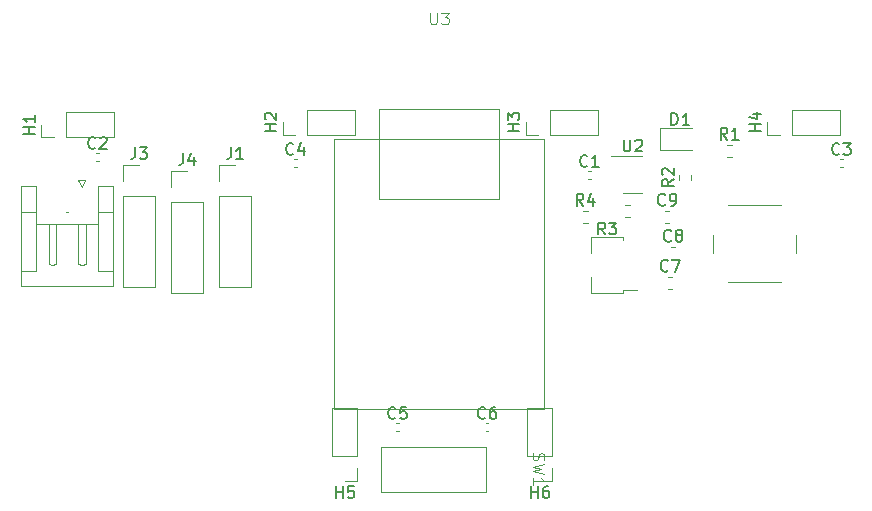
<source format=gbr>
%TF.GenerationSoftware,KiCad,Pcbnew,7.0.7*%
%TF.CreationDate,2024-08-10T15:19:47-05:00*%
%TF.ProjectId,LASK5,4c41534b-352e-46b6-9963-61645f706362,rev?*%
%TF.SameCoordinates,Original*%
%TF.FileFunction,Legend,Top*%
%TF.FilePolarity,Positive*%
%FSLAX46Y46*%
G04 Gerber Fmt 4.6, Leading zero omitted, Abs format (unit mm)*
G04 Created by KiCad (PCBNEW 7.0.7) date 2024-08-10 15:19:47*
%MOMM*%
%LPD*%
G01*
G04 APERTURE LIST*
%ADD10C,0.150000*%
%ADD11C,0.100000*%
%ADD12C,0.120000*%
G04 APERTURE END LIST*
D10*
X122797333Y-70319580D02*
X122749714Y-70367200D01*
X122749714Y-70367200D02*
X122606857Y-70414819D01*
X122606857Y-70414819D02*
X122511619Y-70414819D01*
X122511619Y-70414819D02*
X122368762Y-70367200D01*
X122368762Y-70367200D02*
X122273524Y-70271961D01*
X122273524Y-70271961D02*
X122225905Y-70176723D01*
X122225905Y-70176723D02*
X122178286Y-69986247D01*
X122178286Y-69986247D02*
X122178286Y-69843390D01*
X122178286Y-69843390D02*
X122225905Y-69652914D01*
X122225905Y-69652914D02*
X122273524Y-69557676D01*
X122273524Y-69557676D02*
X122368762Y-69462438D01*
X122368762Y-69462438D02*
X122511619Y-69414819D01*
X122511619Y-69414819D02*
X122606857Y-69414819D01*
X122606857Y-69414819D02*
X122749714Y-69462438D01*
X122749714Y-69462438D02*
X122797333Y-69510057D01*
X123178286Y-69510057D02*
X123225905Y-69462438D01*
X123225905Y-69462438D02*
X123321143Y-69414819D01*
X123321143Y-69414819D02*
X123559238Y-69414819D01*
X123559238Y-69414819D02*
X123654476Y-69462438D01*
X123654476Y-69462438D02*
X123702095Y-69510057D01*
X123702095Y-69510057D02*
X123749714Y-69605295D01*
X123749714Y-69605295D02*
X123749714Y-69700533D01*
X123749714Y-69700533D02*
X123702095Y-69843390D01*
X123702095Y-69843390D02*
X123130667Y-70414819D01*
X123130667Y-70414819D02*
X123749714Y-70414819D01*
X155789333Y-93179580D02*
X155741714Y-93227200D01*
X155741714Y-93227200D02*
X155598857Y-93274819D01*
X155598857Y-93274819D02*
X155503619Y-93274819D01*
X155503619Y-93274819D02*
X155360762Y-93227200D01*
X155360762Y-93227200D02*
X155265524Y-93131961D01*
X155265524Y-93131961D02*
X155217905Y-93036723D01*
X155217905Y-93036723D02*
X155170286Y-92846247D01*
X155170286Y-92846247D02*
X155170286Y-92703390D01*
X155170286Y-92703390D02*
X155217905Y-92512914D01*
X155217905Y-92512914D02*
X155265524Y-92417676D01*
X155265524Y-92417676D02*
X155360762Y-92322438D01*
X155360762Y-92322438D02*
X155503619Y-92274819D01*
X155503619Y-92274819D02*
X155598857Y-92274819D01*
X155598857Y-92274819D02*
X155741714Y-92322438D01*
X155741714Y-92322438D02*
X155789333Y-92370057D01*
X156646476Y-92274819D02*
X156456000Y-92274819D01*
X156456000Y-92274819D02*
X156360762Y-92322438D01*
X156360762Y-92322438D02*
X156313143Y-92370057D01*
X156313143Y-92370057D02*
X156217905Y-92512914D01*
X156217905Y-92512914D02*
X156170286Y-92703390D01*
X156170286Y-92703390D02*
X156170286Y-93084342D01*
X156170286Y-93084342D02*
X156217905Y-93179580D01*
X156217905Y-93179580D02*
X156265524Y-93227200D01*
X156265524Y-93227200D02*
X156360762Y-93274819D01*
X156360762Y-93274819D02*
X156551238Y-93274819D01*
X156551238Y-93274819D02*
X156646476Y-93227200D01*
X156646476Y-93227200D02*
X156694095Y-93179580D01*
X156694095Y-93179580D02*
X156741714Y-93084342D01*
X156741714Y-93084342D02*
X156741714Y-92846247D01*
X156741714Y-92846247D02*
X156694095Y-92751009D01*
X156694095Y-92751009D02*
X156646476Y-92703390D01*
X156646476Y-92703390D02*
X156551238Y-92655771D01*
X156551238Y-92655771D02*
X156360762Y-92655771D01*
X156360762Y-92655771D02*
X156265524Y-92703390D01*
X156265524Y-92703390D02*
X156217905Y-92751009D01*
X156217905Y-92751009D02*
X156170286Y-92846247D01*
X167507595Y-69632819D02*
X167507595Y-70442342D01*
X167507595Y-70442342D02*
X167555214Y-70537580D01*
X167555214Y-70537580D02*
X167602833Y-70585200D01*
X167602833Y-70585200D02*
X167698071Y-70632819D01*
X167698071Y-70632819D02*
X167888547Y-70632819D01*
X167888547Y-70632819D02*
X167983785Y-70585200D01*
X167983785Y-70585200D02*
X168031404Y-70537580D01*
X168031404Y-70537580D02*
X168079023Y-70442342D01*
X168079023Y-70442342D02*
X168079023Y-69632819D01*
X168507595Y-69728057D02*
X168555214Y-69680438D01*
X168555214Y-69680438D02*
X168650452Y-69632819D01*
X168650452Y-69632819D02*
X168888547Y-69632819D01*
X168888547Y-69632819D02*
X168983785Y-69680438D01*
X168983785Y-69680438D02*
X169031404Y-69728057D01*
X169031404Y-69728057D02*
X169079023Y-69823295D01*
X169079023Y-69823295D02*
X169079023Y-69918533D01*
X169079023Y-69918533D02*
X169031404Y-70061390D01*
X169031404Y-70061390D02*
X168459976Y-70632819D01*
X168459976Y-70632819D02*
X169079023Y-70632819D01*
X138126819Y-68929504D02*
X137126819Y-68929504D01*
X137603009Y-68929504D02*
X137603009Y-68358076D01*
X138126819Y-68358076D02*
X137126819Y-68358076D01*
X137222057Y-67929504D02*
X137174438Y-67881885D01*
X137174438Y-67881885D02*
X137126819Y-67786647D01*
X137126819Y-67786647D02*
X137126819Y-67548552D01*
X137126819Y-67548552D02*
X137174438Y-67453314D01*
X137174438Y-67453314D02*
X137222057Y-67405695D01*
X137222057Y-67405695D02*
X137317295Y-67358076D01*
X137317295Y-67358076D02*
X137412533Y-67358076D01*
X137412533Y-67358076D02*
X137555390Y-67405695D01*
X137555390Y-67405695D02*
X138126819Y-67977123D01*
X138126819Y-67977123D02*
X138126819Y-67358076D01*
X159657095Y-99978419D02*
X159657095Y-98978419D01*
X159657095Y-99454609D02*
X160228523Y-99454609D01*
X160228523Y-99978419D02*
X160228523Y-98978419D01*
X161133285Y-98978419D02*
X160942809Y-98978419D01*
X160942809Y-98978419D02*
X160847571Y-99026038D01*
X160847571Y-99026038D02*
X160799952Y-99073657D01*
X160799952Y-99073657D02*
X160704714Y-99216514D01*
X160704714Y-99216514D02*
X160657095Y-99406990D01*
X160657095Y-99406990D02*
X160657095Y-99787942D01*
X160657095Y-99787942D02*
X160704714Y-99883180D01*
X160704714Y-99883180D02*
X160752333Y-99930800D01*
X160752333Y-99930800D02*
X160847571Y-99978419D01*
X160847571Y-99978419D02*
X161038047Y-99978419D01*
X161038047Y-99978419D02*
X161133285Y-99930800D01*
X161133285Y-99930800D02*
X161180904Y-99883180D01*
X161180904Y-99883180D02*
X161228523Y-99787942D01*
X161228523Y-99787942D02*
X161228523Y-99549847D01*
X161228523Y-99549847D02*
X161180904Y-99454609D01*
X161180904Y-99454609D02*
X161133285Y-99406990D01*
X161133285Y-99406990D02*
X161038047Y-99359371D01*
X161038047Y-99359371D02*
X160847571Y-99359371D01*
X160847571Y-99359371D02*
X160752333Y-99406990D01*
X160752333Y-99406990D02*
X160704714Y-99454609D01*
X160704714Y-99454609D02*
X160657095Y-99549847D01*
X126158666Y-70276819D02*
X126158666Y-70991104D01*
X126158666Y-70991104D02*
X126111047Y-71133961D01*
X126111047Y-71133961D02*
X126015809Y-71229200D01*
X126015809Y-71229200D02*
X125872952Y-71276819D01*
X125872952Y-71276819D02*
X125777714Y-71276819D01*
X126539619Y-70276819D02*
X127158666Y-70276819D01*
X127158666Y-70276819D02*
X126825333Y-70657771D01*
X126825333Y-70657771D02*
X126968190Y-70657771D01*
X126968190Y-70657771D02*
X127063428Y-70705390D01*
X127063428Y-70705390D02*
X127111047Y-70753009D01*
X127111047Y-70753009D02*
X127158666Y-70848247D01*
X127158666Y-70848247D02*
X127158666Y-71086342D01*
X127158666Y-71086342D02*
X127111047Y-71181580D01*
X127111047Y-71181580D02*
X127063428Y-71229200D01*
X127063428Y-71229200D02*
X126968190Y-71276819D01*
X126968190Y-71276819D02*
X126682476Y-71276819D01*
X126682476Y-71276819D02*
X126587238Y-71229200D01*
X126587238Y-71229200D02*
X126539619Y-71181580D01*
X148197333Y-93179580D02*
X148149714Y-93227200D01*
X148149714Y-93227200D02*
X148006857Y-93274819D01*
X148006857Y-93274819D02*
X147911619Y-93274819D01*
X147911619Y-93274819D02*
X147768762Y-93227200D01*
X147768762Y-93227200D02*
X147673524Y-93131961D01*
X147673524Y-93131961D02*
X147625905Y-93036723D01*
X147625905Y-93036723D02*
X147578286Y-92846247D01*
X147578286Y-92846247D02*
X147578286Y-92703390D01*
X147578286Y-92703390D02*
X147625905Y-92512914D01*
X147625905Y-92512914D02*
X147673524Y-92417676D01*
X147673524Y-92417676D02*
X147768762Y-92322438D01*
X147768762Y-92322438D02*
X147911619Y-92274819D01*
X147911619Y-92274819D02*
X148006857Y-92274819D01*
X148006857Y-92274819D02*
X148149714Y-92322438D01*
X148149714Y-92322438D02*
X148197333Y-92370057D01*
X149102095Y-92274819D02*
X148625905Y-92274819D01*
X148625905Y-92274819D02*
X148578286Y-92751009D01*
X148578286Y-92751009D02*
X148625905Y-92703390D01*
X148625905Y-92703390D02*
X148721143Y-92655771D01*
X148721143Y-92655771D02*
X148959238Y-92655771D01*
X148959238Y-92655771D02*
X149054476Y-92703390D01*
X149054476Y-92703390D02*
X149102095Y-92751009D01*
X149102095Y-92751009D02*
X149149714Y-92846247D01*
X149149714Y-92846247D02*
X149149714Y-93084342D01*
X149149714Y-93084342D02*
X149102095Y-93179580D01*
X149102095Y-93179580D02*
X149054476Y-93227200D01*
X149054476Y-93227200D02*
X148959238Y-93274819D01*
X148959238Y-93274819D02*
X148721143Y-93274819D01*
X148721143Y-93274819D02*
X148625905Y-93227200D01*
X148625905Y-93227200D02*
X148578286Y-93179580D01*
X139561333Y-70827580D02*
X139513714Y-70875200D01*
X139513714Y-70875200D02*
X139370857Y-70922819D01*
X139370857Y-70922819D02*
X139275619Y-70922819D01*
X139275619Y-70922819D02*
X139132762Y-70875200D01*
X139132762Y-70875200D02*
X139037524Y-70779961D01*
X139037524Y-70779961D02*
X138989905Y-70684723D01*
X138989905Y-70684723D02*
X138942286Y-70494247D01*
X138942286Y-70494247D02*
X138942286Y-70351390D01*
X138942286Y-70351390D02*
X138989905Y-70160914D01*
X138989905Y-70160914D02*
X139037524Y-70065676D01*
X139037524Y-70065676D02*
X139132762Y-69970438D01*
X139132762Y-69970438D02*
X139275619Y-69922819D01*
X139275619Y-69922819D02*
X139370857Y-69922819D01*
X139370857Y-69922819D02*
X139513714Y-69970438D01*
X139513714Y-69970438D02*
X139561333Y-70018057D01*
X140418476Y-70256152D02*
X140418476Y-70922819D01*
X140180381Y-69875200D02*
X139942286Y-70589485D01*
X139942286Y-70589485D02*
X140561333Y-70589485D01*
D11*
X151130095Y-58893419D02*
X151130095Y-59702942D01*
X151130095Y-59702942D02*
X151177714Y-59798180D01*
X151177714Y-59798180D02*
X151225333Y-59845800D01*
X151225333Y-59845800D02*
X151320571Y-59893419D01*
X151320571Y-59893419D02*
X151511047Y-59893419D01*
X151511047Y-59893419D02*
X151606285Y-59845800D01*
X151606285Y-59845800D02*
X151653904Y-59798180D01*
X151653904Y-59798180D02*
X151701523Y-59702942D01*
X151701523Y-59702942D02*
X151701523Y-58893419D01*
X152082476Y-58893419D02*
X152701523Y-58893419D01*
X152701523Y-58893419D02*
X152368190Y-59274371D01*
X152368190Y-59274371D02*
X152511047Y-59274371D01*
X152511047Y-59274371D02*
X152606285Y-59321990D01*
X152606285Y-59321990D02*
X152653904Y-59369609D01*
X152653904Y-59369609D02*
X152701523Y-59464847D01*
X152701523Y-59464847D02*
X152701523Y-59702942D01*
X152701523Y-59702942D02*
X152653904Y-59798180D01*
X152653904Y-59798180D02*
X152606285Y-59845800D01*
X152606285Y-59845800D02*
X152511047Y-59893419D01*
X152511047Y-59893419D02*
X152225333Y-59893419D01*
X152225333Y-59893419D02*
X152130095Y-59845800D01*
X152130095Y-59845800D02*
X152082476Y-59798180D01*
D10*
X164108333Y-75224819D02*
X163775000Y-74748628D01*
X163536905Y-75224819D02*
X163536905Y-74224819D01*
X163536905Y-74224819D02*
X163917857Y-74224819D01*
X163917857Y-74224819D02*
X164013095Y-74272438D01*
X164013095Y-74272438D02*
X164060714Y-74320057D01*
X164060714Y-74320057D02*
X164108333Y-74415295D01*
X164108333Y-74415295D02*
X164108333Y-74558152D01*
X164108333Y-74558152D02*
X164060714Y-74653390D01*
X164060714Y-74653390D02*
X164013095Y-74701009D01*
X164013095Y-74701009D02*
X163917857Y-74748628D01*
X163917857Y-74748628D02*
X163536905Y-74748628D01*
X164965476Y-74558152D02*
X164965476Y-75224819D01*
X164727381Y-74177200D02*
X164489286Y-74891485D01*
X164489286Y-74891485D02*
X165108333Y-74891485D01*
X185789333Y-70827580D02*
X185741714Y-70875200D01*
X185741714Y-70875200D02*
X185598857Y-70922819D01*
X185598857Y-70922819D02*
X185503619Y-70922819D01*
X185503619Y-70922819D02*
X185360762Y-70875200D01*
X185360762Y-70875200D02*
X185265524Y-70779961D01*
X185265524Y-70779961D02*
X185217905Y-70684723D01*
X185217905Y-70684723D02*
X185170286Y-70494247D01*
X185170286Y-70494247D02*
X185170286Y-70351390D01*
X185170286Y-70351390D02*
X185217905Y-70160914D01*
X185217905Y-70160914D02*
X185265524Y-70065676D01*
X185265524Y-70065676D02*
X185360762Y-69970438D01*
X185360762Y-69970438D02*
X185503619Y-69922819D01*
X185503619Y-69922819D02*
X185598857Y-69922819D01*
X185598857Y-69922819D02*
X185741714Y-69970438D01*
X185741714Y-69970438D02*
X185789333Y-70018057D01*
X186122667Y-69922819D02*
X186741714Y-69922819D01*
X186741714Y-69922819D02*
X186408381Y-70303771D01*
X186408381Y-70303771D02*
X186551238Y-70303771D01*
X186551238Y-70303771D02*
X186646476Y-70351390D01*
X186646476Y-70351390D02*
X186694095Y-70399009D01*
X186694095Y-70399009D02*
X186741714Y-70494247D01*
X186741714Y-70494247D02*
X186741714Y-70732342D01*
X186741714Y-70732342D02*
X186694095Y-70827580D01*
X186694095Y-70827580D02*
X186646476Y-70875200D01*
X186646476Y-70875200D02*
X186551238Y-70922819D01*
X186551238Y-70922819D02*
X186265524Y-70922819D01*
X186265524Y-70922819D02*
X186170286Y-70875200D01*
X186170286Y-70875200D02*
X186122667Y-70827580D01*
X171537333Y-78177580D02*
X171489714Y-78225200D01*
X171489714Y-78225200D02*
X171346857Y-78272819D01*
X171346857Y-78272819D02*
X171251619Y-78272819D01*
X171251619Y-78272819D02*
X171108762Y-78225200D01*
X171108762Y-78225200D02*
X171013524Y-78129961D01*
X171013524Y-78129961D02*
X170965905Y-78034723D01*
X170965905Y-78034723D02*
X170918286Y-77844247D01*
X170918286Y-77844247D02*
X170918286Y-77701390D01*
X170918286Y-77701390D02*
X170965905Y-77510914D01*
X170965905Y-77510914D02*
X171013524Y-77415676D01*
X171013524Y-77415676D02*
X171108762Y-77320438D01*
X171108762Y-77320438D02*
X171251619Y-77272819D01*
X171251619Y-77272819D02*
X171346857Y-77272819D01*
X171346857Y-77272819D02*
X171489714Y-77320438D01*
X171489714Y-77320438D02*
X171537333Y-77368057D01*
X172108762Y-77701390D02*
X172013524Y-77653771D01*
X172013524Y-77653771D02*
X171965905Y-77606152D01*
X171965905Y-77606152D02*
X171918286Y-77510914D01*
X171918286Y-77510914D02*
X171918286Y-77463295D01*
X171918286Y-77463295D02*
X171965905Y-77368057D01*
X171965905Y-77368057D02*
X172013524Y-77320438D01*
X172013524Y-77320438D02*
X172108762Y-77272819D01*
X172108762Y-77272819D02*
X172299238Y-77272819D01*
X172299238Y-77272819D02*
X172394476Y-77320438D01*
X172394476Y-77320438D02*
X172442095Y-77368057D01*
X172442095Y-77368057D02*
X172489714Y-77463295D01*
X172489714Y-77463295D02*
X172489714Y-77510914D01*
X172489714Y-77510914D02*
X172442095Y-77606152D01*
X172442095Y-77606152D02*
X172394476Y-77653771D01*
X172394476Y-77653771D02*
X172299238Y-77701390D01*
X172299238Y-77701390D02*
X172108762Y-77701390D01*
X172108762Y-77701390D02*
X172013524Y-77749009D01*
X172013524Y-77749009D02*
X171965905Y-77796628D01*
X171965905Y-77796628D02*
X171918286Y-77891866D01*
X171918286Y-77891866D02*
X171918286Y-78082342D01*
X171918286Y-78082342D02*
X171965905Y-78177580D01*
X171965905Y-78177580D02*
X172013524Y-78225200D01*
X172013524Y-78225200D02*
X172108762Y-78272819D01*
X172108762Y-78272819D02*
X172299238Y-78272819D01*
X172299238Y-78272819D02*
X172394476Y-78225200D01*
X172394476Y-78225200D02*
X172442095Y-78177580D01*
X172442095Y-78177580D02*
X172489714Y-78082342D01*
X172489714Y-78082342D02*
X172489714Y-77891866D01*
X172489714Y-77891866D02*
X172442095Y-77796628D01*
X172442095Y-77796628D02*
X172394476Y-77749009D01*
X172394476Y-77749009D02*
X172299238Y-77701390D01*
X171029333Y-75129580D02*
X170981714Y-75177200D01*
X170981714Y-75177200D02*
X170838857Y-75224819D01*
X170838857Y-75224819D02*
X170743619Y-75224819D01*
X170743619Y-75224819D02*
X170600762Y-75177200D01*
X170600762Y-75177200D02*
X170505524Y-75081961D01*
X170505524Y-75081961D02*
X170457905Y-74986723D01*
X170457905Y-74986723D02*
X170410286Y-74796247D01*
X170410286Y-74796247D02*
X170410286Y-74653390D01*
X170410286Y-74653390D02*
X170457905Y-74462914D01*
X170457905Y-74462914D02*
X170505524Y-74367676D01*
X170505524Y-74367676D02*
X170600762Y-74272438D01*
X170600762Y-74272438D02*
X170743619Y-74224819D01*
X170743619Y-74224819D02*
X170838857Y-74224819D01*
X170838857Y-74224819D02*
X170981714Y-74272438D01*
X170981714Y-74272438D02*
X171029333Y-74320057D01*
X171505524Y-75224819D02*
X171696000Y-75224819D01*
X171696000Y-75224819D02*
X171791238Y-75177200D01*
X171791238Y-75177200D02*
X171838857Y-75129580D01*
X171838857Y-75129580D02*
X171934095Y-74986723D01*
X171934095Y-74986723D02*
X171981714Y-74796247D01*
X171981714Y-74796247D02*
X171981714Y-74415295D01*
X171981714Y-74415295D02*
X171934095Y-74320057D01*
X171934095Y-74320057D02*
X171886476Y-74272438D01*
X171886476Y-74272438D02*
X171791238Y-74224819D01*
X171791238Y-74224819D02*
X171600762Y-74224819D01*
X171600762Y-74224819D02*
X171505524Y-74272438D01*
X171505524Y-74272438D02*
X171457905Y-74320057D01*
X171457905Y-74320057D02*
X171410286Y-74415295D01*
X171410286Y-74415295D02*
X171410286Y-74653390D01*
X171410286Y-74653390D02*
X171457905Y-74748628D01*
X171457905Y-74748628D02*
X171505524Y-74796247D01*
X171505524Y-74796247D02*
X171600762Y-74843866D01*
X171600762Y-74843866D02*
X171791238Y-74843866D01*
X171791238Y-74843866D02*
X171886476Y-74796247D01*
X171886476Y-74796247D02*
X171934095Y-74748628D01*
X171934095Y-74748628D02*
X171981714Y-74653390D01*
D11*
X159864200Y-96202667D02*
X159816580Y-96345524D01*
X159816580Y-96345524D02*
X159816580Y-96583619D01*
X159816580Y-96583619D02*
X159864200Y-96678857D01*
X159864200Y-96678857D02*
X159911819Y-96726476D01*
X159911819Y-96726476D02*
X160007057Y-96774095D01*
X160007057Y-96774095D02*
X160102295Y-96774095D01*
X160102295Y-96774095D02*
X160197533Y-96726476D01*
X160197533Y-96726476D02*
X160245152Y-96678857D01*
X160245152Y-96678857D02*
X160292771Y-96583619D01*
X160292771Y-96583619D02*
X160340390Y-96393143D01*
X160340390Y-96393143D02*
X160388009Y-96297905D01*
X160388009Y-96297905D02*
X160435628Y-96250286D01*
X160435628Y-96250286D02*
X160530866Y-96202667D01*
X160530866Y-96202667D02*
X160626104Y-96202667D01*
X160626104Y-96202667D02*
X160721342Y-96250286D01*
X160721342Y-96250286D02*
X160768961Y-96297905D01*
X160768961Y-96297905D02*
X160816580Y-96393143D01*
X160816580Y-96393143D02*
X160816580Y-96631238D01*
X160816580Y-96631238D02*
X160768961Y-96774095D01*
X160816580Y-97107429D02*
X159816580Y-97345524D01*
X159816580Y-97345524D02*
X160530866Y-97536000D01*
X160530866Y-97536000D02*
X159816580Y-97726476D01*
X159816580Y-97726476D02*
X160816580Y-97964572D01*
X159816580Y-98869333D02*
X159816580Y-98297905D01*
X159816580Y-98583619D02*
X160816580Y-98583619D01*
X160816580Y-98583619D02*
X160673723Y-98488381D01*
X160673723Y-98488381D02*
X160578485Y-98393143D01*
X160578485Y-98393143D02*
X160530866Y-98297905D01*
D10*
X179147819Y-68929504D02*
X178147819Y-68929504D01*
X178624009Y-68929504D02*
X178624009Y-68358076D01*
X179147819Y-68358076D02*
X178147819Y-68358076D01*
X178481152Y-67453314D02*
X179147819Y-67453314D01*
X178100200Y-67691409D02*
X178814485Y-67929504D01*
X178814485Y-67929504D02*
X178814485Y-67310457D01*
X176300333Y-69636819D02*
X175967000Y-69160628D01*
X175728905Y-69636819D02*
X175728905Y-68636819D01*
X175728905Y-68636819D02*
X176109857Y-68636819D01*
X176109857Y-68636819D02*
X176205095Y-68684438D01*
X176205095Y-68684438D02*
X176252714Y-68732057D01*
X176252714Y-68732057D02*
X176300333Y-68827295D01*
X176300333Y-68827295D02*
X176300333Y-68970152D01*
X176300333Y-68970152D02*
X176252714Y-69065390D01*
X176252714Y-69065390D02*
X176205095Y-69113009D01*
X176205095Y-69113009D02*
X176109857Y-69160628D01*
X176109857Y-69160628D02*
X175728905Y-69160628D01*
X177252714Y-69636819D02*
X176681286Y-69636819D01*
X176967000Y-69636819D02*
X176967000Y-68636819D01*
X176967000Y-68636819D02*
X176871762Y-68779676D01*
X176871762Y-68779676D02*
X176776524Y-68874914D01*
X176776524Y-68874914D02*
X176681286Y-68922533D01*
X171552405Y-68400819D02*
X171552405Y-67400819D01*
X171552405Y-67400819D02*
X171790500Y-67400819D01*
X171790500Y-67400819D02*
X171933357Y-67448438D01*
X171933357Y-67448438D02*
X172028595Y-67543676D01*
X172028595Y-67543676D02*
X172076214Y-67638914D01*
X172076214Y-67638914D02*
X172123833Y-67829390D01*
X172123833Y-67829390D02*
X172123833Y-67972247D01*
X172123833Y-67972247D02*
X172076214Y-68162723D01*
X172076214Y-68162723D02*
X172028595Y-68257961D01*
X172028595Y-68257961D02*
X171933357Y-68353200D01*
X171933357Y-68353200D02*
X171790500Y-68400819D01*
X171790500Y-68400819D02*
X171552405Y-68400819D01*
X173076214Y-68400819D02*
X172504786Y-68400819D01*
X172790500Y-68400819D02*
X172790500Y-67400819D01*
X172790500Y-67400819D02*
X172695262Y-67543676D01*
X172695262Y-67543676D02*
X172600024Y-67638914D01*
X172600024Y-67638914D02*
X172504786Y-67686533D01*
X171744819Y-73001666D02*
X171268628Y-73334999D01*
X171744819Y-73573094D02*
X170744819Y-73573094D01*
X170744819Y-73573094D02*
X170744819Y-73192142D01*
X170744819Y-73192142D02*
X170792438Y-73096904D01*
X170792438Y-73096904D02*
X170840057Y-73049285D01*
X170840057Y-73049285D02*
X170935295Y-73001666D01*
X170935295Y-73001666D02*
X171078152Y-73001666D01*
X171078152Y-73001666D02*
X171173390Y-73049285D01*
X171173390Y-73049285D02*
X171221009Y-73096904D01*
X171221009Y-73096904D02*
X171268628Y-73192142D01*
X171268628Y-73192142D02*
X171268628Y-73573094D01*
X170840057Y-72620713D02*
X170792438Y-72573094D01*
X170792438Y-72573094D02*
X170744819Y-72477856D01*
X170744819Y-72477856D02*
X170744819Y-72239761D01*
X170744819Y-72239761D02*
X170792438Y-72144523D01*
X170792438Y-72144523D02*
X170840057Y-72096904D01*
X170840057Y-72096904D02*
X170935295Y-72049285D01*
X170935295Y-72049285D02*
X171030533Y-72049285D01*
X171030533Y-72049285D02*
X171173390Y-72096904D01*
X171173390Y-72096904D02*
X171744819Y-72668332D01*
X171744819Y-72668332D02*
X171744819Y-72049285D01*
X130222666Y-70784819D02*
X130222666Y-71499104D01*
X130222666Y-71499104D02*
X130175047Y-71641961D01*
X130175047Y-71641961D02*
X130079809Y-71737200D01*
X130079809Y-71737200D02*
X129936952Y-71784819D01*
X129936952Y-71784819D02*
X129841714Y-71784819D01*
X131127428Y-71118152D02*
X131127428Y-71784819D01*
X130889333Y-70737200D02*
X130651238Y-71451485D01*
X130651238Y-71451485D02*
X131270285Y-71451485D01*
X165949333Y-77670819D02*
X165616000Y-77194628D01*
X165377905Y-77670819D02*
X165377905Y-76670819D01*
X165377905Y-76670819D02*
X165758857Y-76670819D01*
X165758857Y-76670819D02*
X165854095Y-76718438D01*
X165854095Y-76718438D02*
X165901714Y-76766057D01*
X165901714Y-76766057D02*
X165949333Y-76861295D01*
X165949333Y-76861295D02*
X165949333Y-77004152D01*
X165949333Y-77004152D02*
X165901714Y-77099390D01*
X165901714Y-77099390D02*
X165854095Y-77147009D01*
X165854095Y-77147009D02*
X165758857Y-77194628D01*
X165758857Y-77194628D02*
X165377905Y-77194628D01*
X166282667Y-76670819D02*
X166901714Y-76670819D01*
X166901714Y-76670819D02*
X166568381Y-77051771D01*
X166568381Y-77051771D02*
X166711238Y-77051771D01*
X166711238Y-77051771D02*
X166806476Y-77099390D01*
X166806476Y-77099390D02*
X166854095Y-77147009D01*
X166854095Y-77147009D02*
X166901714Y-77242247D01*
X166901714Y-77242247D02*
X166901714Y-77480342D01*
X166901714Y-77480342D02*
X166854095Y-77575580D01*
X166854095Y-77575580D02*
X166806476Y-77623200D01*
X166806476Y-77623200D02*
X166711238Y-77670819D01*
X166711238Y-77670819D02*
X166425524Y-77670819D01*
X166425524Y-77670819D02*
X166330286Y-77623200D01*
X166330286Y-77623200D02*
X166282667Y-77575580D01*
X164453333Y-71843580D02*
X164405714Y-71891200D01*
X164405714Y-71891200D02*
X164262857Y-71938819D01*
X164262857Y-71938819D02*
X164167619Y-71938819D01*
X164167619Y-71938819D02*
X164024762Y-71891200D01*
X164024762Y-71891200D02*
X163929524Y-71795961D01*
X163929524Y-71795961D02*
X163881905Y-71700723D01*
X163881905Y-71700723D02*
X163834286Y-71510247D01*
X163834286Y-71510247D02*
X163834286Y-71367390D01*
X163834286Y-71367390D02*
X163881905Y-71176914D01*
X163881905Y-71176914D02*
X163929524Y-71081676D01*
X163929524Y-71081676D02*
X164024762Y-70986438D01*
X164024762Y-70986438D02*
X164167619Y-70938819D01*
X164167619Y-70938819D02*
X164262857Y-70938819D01*
X164262857Y-70938819D02*
X164405714Y-70986438D01*
X164405714Y-70986438D02*
X164453333Y-71034057D01*
X165405714Y-71938819D02*
X164834286Y-71938819D01*
X165120000Y-71938819D02*
X165120000Y-70938819D01*
X165120000Y-70938819D02*
X165024762Y-71081676D01*
X165024762Y-71081676D02*
X164929524Y-71176914D01*
X164929524Y-71176914D02*
X164834286Y-71224533D01*
X143157095Y-99978419D02*
X143157095Y-98978419D01*
X143157095Y-99454609D02*
X143728523Y-99454609D01*
X143728523Y-99978419D02*
X143728523Y-98978419D01*
X144680904Y-98978419D02*
X144204714Y-98978419D01*
X144204714Y-98978419D02*
X144157095Y-99454609D01*
X144157095Y-99454609D02*
X144204714Y-99406990D01*
X144204714Y-99406990D02*
X144299952Y-99359371D01*
X144299952Y-99359371D02*
X144538047Y-99359371D01*
X144538047Y-99359371D02*
X144633285Y-99406990D01*
X144633285Y-99406990D02*
X144680904Y-99454609D01*
X144680904Y-99454609D02*
X144728523Y-99549847D01*
X144728523Y-99549847D02*
X144728523Y-99787942D01*
X144728523Y-99787942D02*
X144680904Y-99883180D01*
X144680904Y-99883180D02*
X144633285Y-99930800D01*
X144633285Y-99930800D02*
X144538047Y-99978419D01*
X144538047Y-99978419D02*
X144299952Y-99978419D01*
X144299952Y-99978419D02*
X144204714Y-99930800D01*
X144204714Y-99930800D02*
X144157095Y-99883180D01*
X117679819Y-69160504D02*
X116679819Y-69160504D01*
X117156009Y-69160504D02*
X117156009Y-68589076D01*
X117679819Y-68589076D02*
X116679819Y-68589076D01*
X117679819Y-67589076D02*
X117679819Y-68160504D01*
X117679819Y-67874790D02*
X116679819Y-67874790D01*
X116679819Y-67874790D02*
X116822676Y-67970028D01*
X116822676Y-67970028D02*
X116917914Y-68065266D01*
X116917914Y-68065266D02*
X116965533Y-68160504D01*
X158700819Y-68929504D02*
X157700819Y-68929504D01*
X158177009Y-68929504D02*
X158177009Y-68358076D01*
X158700819Y-68358076D02*
X157700819Y-68358076D01*
X157700819Y-67977123D02*
X157700819Y-67358076D01*
X157700819Y-67358076D02*
X158081771Y-67691409D01*
X158081771Y-67691409D02*
X158081771Y-67548552D01*
X158081771Y-67548552D02*
X158129390Y-67453314D01*
X158129390Y-67453314D02*
X158177009Y-67405695D01*
X158177009Y-67405695D02*
X158272247Y-67358076D01*
X158272247Y-67358076D02*
X158510342Y-67358076D01*
X158510342Y-67358076D02*
X158605580Y-67405695D01*
X158605580Y-67405695D02*
X158653200Y-67453314D01*
X158653200Y-67453314D02*
X158700819Y-67548552D01*
X158700819Y-67548552D02*
X158700819Y-67834266D01*
X158700819Y-67834266D02*
X158653200Y-67929504D01*
X158653200Y-67929504D02*
X158605580Y-67977123D01*
X171270333Y-80717580D02*
X171222714Y-80765200D01*
X171222714Y-80765200D02*
X171079857Y-80812819D01*
X171079857Y-80812819D02*
X170984619Y-80812819D01*
X170984619Y-80812819D02*
X170841762Y-80765200D01*
X170841762Y-80765200D02*
X170746524Y-80669961D01*
X170746524Y-80669961D02*
X170698905Y-80574723D01*
X170698905Y-80574723D02*
X170651286Y-80384247D01*
X170651286Y-80384247D02*
X170651286Y-80241390D01*
X170651286Y-80241390D02*
X170698905Y-80050914D01*
X170698905Y-80050914D02*
X170746524Y-79955676D01*
X170746524Y-79955676D02*
X170841762Y-79860438D01*
X170841762Y-79860438D02*
X170984619Y-79812819D01*
X170984619Y-79812819D02*
X171079857Y-79812819D01*
X171079857Y-79812819D02*
X171222714Y-79860438D01*
X171222714Y-79860438D02*
X171270333Y-79908057D01*
X171603667Y-79812819D02*
X172270333Y-79812819D01*
X172270333Y-79812819D02*
X171841762Y-80812819D01*
X134286666Y-70276819D02*
X134286666Y-70991104D01*
X134286666Y-70991104D02*
X134239047Y-71133961D01*
X134239047Y-71133961D02*
X134143809Y-71229200D01*
X134143809Y-71229200D02*
X134000952Y-71276819D01*
X134000952Y-71276819D02*
X133905714Y-71276819D01*
X135286666Y-71276819D02*
X134715238Y-71276819D01*
X135000952Y-71276819D02*
X135000952Y-70276819D01*
X135000952Y-70276819D02*
X134905714Y-70419676D01*
X134905714Y-70419676D02*
X134810476Y-70514914D01*
X134810476Y-70514914D02*
X134715238Y-70562533D01*
D12*
%TO.C,C2*%
X122856164Y-70760000D02*
X123071836Y-70760000D01*
X122856164Y-71480000D02*
X123071836Y-71480000D01*
%TO.C,U1*%
X168616000Y-82394000D02*
X167476000Y-82394000D01*
X167476000Y-82624000D02*
X167476000Y-82394000D01*
X167476000Y-82624000D02*
X164756000Y-82624000D01*
X167476000Y-77904000D02*
X167476000Y-78134000D01*
X164756000Y-82624000D02*
X164756000Y-81314000D01*
X164756000Y-79214000D02*
X164756000Y-77904000D01*
X164756000Y-77904000D02*
X167476000Y-77904000D01*
%TO.C,C6*%
X155848164Y-93620000D02*
X156063836Y-93620000D01*
X155848164Y-94340000D02*
X156063836Y-94340000D01*
%TO.C,U2*%
X168269500Y-71018000D02*
X166469500Y-71018000D01*
X168269500Y-71018000D02*
X169069500Y-71018000D01*
X168269500Y-74138000D02*
X167469500Y-74138000D01*
X168269500Y-74138000D02*
X169069500Y-74138000D01*
%TO.C,H2*%
X138672000Y-69227600D02*
X138672000Y-68167600D01*
X139732000Y-69227600D02*
X138672000Y-69227600D01*
X140732000Y-69227600D02*
X144792000Y-69227600D01*
X140732000Y-69227600D02*
X140732000Y-67107600D01*
X144792000Y-69227600D02*
X144792000Y-67107600D01*
X140732000Y-67107600D02*
X144792000Y-67107600D01*
%TO.C,H6*%
X161479000Y-98523600D02*
X160419000Y-98523600D01*
X161479000Y-97463600D02*
X161479000Y-98523600D01*
X161479000Y-96463600D02*
X161479000Y-92403600D01*
X161479000Y-96463600D02*
X159359000Y-96463600D01*
X161479000Y-92403600D02*
X159359000Y-92403600D01*
X159359000Y-96463600D02*
X159359000Y-92403600D01*
%TO.C,SW2*%
X175114000Y-77700000D02*
X175114000Y-79200000D01*
X176364000Y-81700000D02*
X180864000Y-81700000D01*
X180864000Y-75200000D02*
X176364000Y-75200000D01*
X182114000Y-79200000D02*
X182114000Y-77700000D01*
%TO.C,J3*%
X125162000Y-71822000D02*
X126492000Y-71822000D01*
X125162000Y-73152000D02*
X125162000Y-71822000D01*
X125162000Y-74422000D02*
X125162000Y-82102000D01*
X125162000Y-74422000D02*
X127822000Y-74422000D01*
X125162000Y-82102000D02*
X127822000Y-82102000D01*
X127822000Y-74422000D02*
X127822000Y-82102000D01*
%TO.C,C5*%
X148256164Y-93620000D02*
X148471836Y-93620000D01*
X148256164Y-94340000D02*
X148471836Y-94340000D01*
%TO.C,C4*%
X139620164Y-71268000D02*
X139835836Y-71268000D01*
X139620164Y-71988000D02*
X139835836Y-71988000D01*
D11*
%TO.C,U3*%
X143002000Y-69596000D02*
X160782000Y-69596000D01*
X160782000Y-69596000D02*
X160782000Y-92456000D01*
X160782000Y-92456000D02*
X143002000Y-92456000D01*
X143002000Y-92456000D02*
X143002000Y-69596000D01*
X146812000Y-67056000D02*
X156972000Y-67056000D01*
X156972000Y-67056000D02*
X156972000Y-74676000D01*
X156972000Y-74676000D02*
X146812000Y-74676000D01*
X146812000Y-74676000D02*
X146812000Y-67056000D01*
D12*
%TO.C,R4*%
X164037742Y-75677500D02*
X164512258Y-75677500D01*
X164037742Y-76722500D02*
X164512258Y-76722500D01*
%TO.C,C3*%
X185848164Y-71268000D02*
X186063836Y-71268000D01*
X185848164Y-71988000D02*
X186063836Y-71988000D01*
%TO.C,C8*%
X171563420Y-78738000D02*
X171844580Y-78738000D01*
X171563420Y-79758000D02*
X171844580Y-79758000D01*
%TO.C,C9*%
X171055420Y-75690000D02*
X171336580Y-75690000D01*
X171055420Y-76710000D02*
X171336580Y-76710000D01*
D11*
%TO.C,SW1*%
X155829000Y-95631000D02*
X146939000Y-95631000D01*
X146939000Y-95631000D02*
X146939000Y-99441000D01*
X146939000Y-99441000D02*
X155829000Y-99441000D01*
X155829000Y-99441000D02*
X155829000Y-95631000D01*
D12*
%TO.C,H4*%
X179693000Y-69227600D02*
X179693000Y-68167600D01*
X180753000Y-69227600D02*
X179693000Y-69227600D01*
X181753000Y-69227600D02*
X185813000Y-69227600D01*
X181753000Y-69227600D02*
X181753000Y-67107600D01*
X185813000Y-69227600D02*
X185813000Y-67107600D01*
X181753000Y-67107600D02*
X185813000Y-67107600D01*
%TO.C,R1*%
X176229742Y-70089500D02*
X176704258Y-70089500D01*
X176229742Y-71134500D02*
X176704258Y-71134500D01*
%TO.C,D1*%
X170605500Y-68636000D02*
X170605500Y-70556000D01*
X170605500Y-70556000D02*
X173290500Y-70556000D01*
X173290500Y-68636000D02*
X170605500Y-68636000D01*
%TO.C,R2*%
X172197500Y-73072258D02*
X172197500Y-72597742D01*
X173242500Y-73072258D02*
X173242500Y-72597742D01*
%TO.C,J4*%
X129226000Y-72330000D02*
X130556000Y-72330000D01*
X129226000Y-73660000D02*
X129226000Y-72330000D01*
X129226000Y-74930000D02*
X129226000Y-82610000D01*
X129226000Y-74930000D02*
X131886000Y-74930000D01*
X129226000Y-82610000D02*
X131886000Y-82610000D01*
X131886000Y-74930000D02*
X131886000Y-82610000D01*
%TO.C,R3*%
X167593742Y-75169500D02*
X168068258Y-75169500D01*
X167593742Y-76214500D02*
X168068258Y-76214500D01*
%TO.C,J5*%
X124256000Y-82001500D02*
X116536000Y-82001500D01*
X124256000Y-80781500D02*
X123036000Y-80781500D01*
X124256000Y-73581500D02*
X124256000Y-82001500D01*
X123036000Y-80781500D02*
X123036000Y-75781500D01*
X123036000Y-76781500D02*
X117756000Y-76781500D01*
X123036000Y-75781500D02*
X124256000Y-75781500D01*
X123036000Y-75781500D02*
X123036000Y-73581500D01*
X123036000Y-73581500D02*
X124256000Y-73581500D01*
X121966000Y-80201500D02*
X121646000Y-80281500D01*
X121966000Y-76781500D02*
X121966000Y-80201500D01*
X121946000Y-73091500D02*
X121346000Y-73091500D01*
X121646000Y-80281500D02*
X121326000Y-80201500D01*
X121646000Y-76781500D02*
X121966000Y-76781500D01*
X121646000Y-73691500D02*
X121946000Y-73091500D01*
X121346000Y-73091500D02*
X121646000Y-73691500D01*
X121326000Y-80201500D02*
X121326000Y-76781500D01*
X121326000Y-76781500D02*
X121646000Y-76781500D01*
X120476000Y-75781500D02*
X120316000Y-75781500D01*
X119466000Y-80201500D02*
X119146000Y-80281500D01*
X119466000Y-76781500D02*
X119466000Y-80201500D01*
X119146000Y-80281500D02*
X118826000Y-80201500D01*
X119146000Y-76781500D02*
X119466000Y-76781500D01*
X118826000Y-80201500D02*
X118826000Y-76781500D01*
X118826000Y-76781500D02*
X119146000Y-76781500D01*
X117756000Y-80781500D02*
X117756000Y-75781500D01*
X117756000Y-75781500D02*
X116536000Y-75781500D01*
X117756000Y-73581500D02*
X117756000Y-75781500D01*
X116536000Y-82001500D02*
X116536000Y-73581500D01*
X116536000Y-80781500D02*
X117756000Y-80781500D01*
X116536000Y-73581500D02*
X117756000Y-73581500D01*
%TO.C,C1*%
X164512164Y-72284000D02*
X164727836Y-72284000D01*
X164512164Y-73004000D02*
X164727836Y-73004000D01*
%TO.C,H5*%
X144979000Y-98523600D02*
X143919000Y-98523600D01*
X144979000Y-97463600D02*
X144979000Y-98523600D01*
X144979000Y-96463600D02*
X144979000Y-92403600D01*
X144979000Y-96463600D02*
X142859000Y-96463600D01*
X144979000Y-92403600D02*
X142859000Y-92403600D01*
X142859000Y-96463600D02*
X142859000Y-92403600D01*
%TO.C,H1*%
X118225000Y-69458600D02*
X118225000Y-68398600D01*
X119285000Y-69458600D02*
X118225000Y-69458600D01*
X120285000Y-69458600D02*
X124345000Y-69458600D01*
X120285000Y-69458600D02*
X120285000Y-67338600D01*
X124345000Y-69458600D02*
X124345000Y-67338600D01*
X120285000Y-67338600D02*
X124345000Y-67338600D01*
%TO.C,H3*%
X159246000Y-69227600D02*
X159246000Y-68167600D01*
X160306000Y-69227600D02*
X159246000Y-69227600D01*
X161306000Y-69227600D02*
X165366000Y-69227600D01*
X161306000Y-69227600D02*
X161306000Y-67107600D01*
X165366000Y-69227600D02*
X165366000Y-67107600D01*
X161306000Y-67107600D02*
X165366000Y-67107600D01*
%TO.C,C7*%
X171296420Y-81278000D02*
X171577580Y-81278000D01*
X171296420Y-82298000D02*
X171577580Y-82298000D01*
%TO.C,J1*%
X133290000Y-71822000D02*
X134620000Y-71822000D01*
X133290000Y-73152000D02*
X133290000Y-71822000D01*
X133290000Y-74422000D02*
X133290000Y-82102000D01*
X133290000Y-74422000D02*
X135950000Y-74422000D01*
X133290000Y-82102000D02*
X135950000Y-82102000D01*
X135950000Y-74422000D02*
X135950000Y-82102000D01*
%TD*%
M02*

</source>
